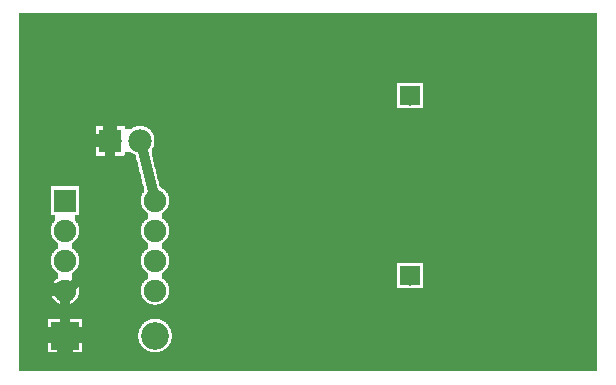
<source format=gtl>
G04 MADE WITH FRITZING*
G04 WWW.FRITZING.ORG*
G04 DOUBLE SIDED*
G04 HOLES PLATED*
G04 CONTOUR ON CENTER OF CONTOUR VECTOR*
%ASAXBY*%
%FSLAX23Y23*%
%MOIN*%
%OFA0B0*%
%SFA1.0B1.0*%
%ADD10C,0.075000*%
%ADD11C,0.092000*%
%ADD12C,0.078000*%
%ADD13C,0.065000*%
%ADD14R,0.075000X0.075000*%
%ADD15R,0.092000X0.092000*%
%ADD16R,0.078000X0.078000*%
%ADD17C,0.032000*%
%ADD18R,0.001000X0.001000*%
%LNCOPPER1*%
G90*
G70*
G54D10*
X123Y1158D03*
X192Y608D03*
X492Y608D03*
X192Y508D03*
X492Y508D03*
X192Y408D03*
X492Y408D03*
X192Y308D03*
X492Y308D03*
G54D11*
X192Y158D03*
X492Y158D03*
G54D12*
X342Y808D03*
X442Y808D03*
G54D13*
X1342Y358D03*
X1342Y958D03*
X1342Y358D03*
X1342Y958D03*
G54D14*
X192Y608D03*
G54D15*
X192Y158D03*
G54D16*
X342Y808D03*
G54D17*
X451Y774D02*
X484Y641D01*
D02*
X341Y408D02*
X342Y773D01*
D02*
X220Y327D02*
X341Y408D01*
D02*
X192Y274D02*
X192Y201D01*
G36*
X40Y1232D02*
X40Y1000D01*
X1384Y1000D01*
X1384Y916D01*
X1964Y916D01*
X1964Y1232D01*
X40Y1232D01*
G37*
D02*
G36*
X40Y1000D02*
X40Y916D01*
X1300Y916D01*
X1300Y1000D01*
X40Y1000D01*
G37*
D02*
G36*
X40Y916D02*
X40Y914D01*
X1964Y914D01*
X1964Y916D01*
X40Y916D01*
G37*
D02*
G36*
X40Y916D02*
X40Y914D01*
X1964Y914D01*
X1964Y916D01*
X40Y916D01*
G37*
D02*
G36*
X40Y914D02*
X40Y856D01*
X454Y856D01*
X454Y854D01*
X460Y854D01*
X460Y852D01*
X464Y852D01*
X464Y850D01*
X468Y850D01*
X468Y848D01*
X472Y848D01*
X472Y846D01*
X474Y846D01*
X474Y844D01*
X476Y844D01*
X476Y842D01*
X478Y842D01*
X478Y840D01*
X480Y840D01*
X480Y838D01*
X482Y838D01*
X482Y834D01*
X484Y834D01*
X484Y830D01*
X486Y830D01*
X486Y828D01*
X488Y828D01*
X488Y820D01*
X490Y820D01*
X490Y808D01*
X492Y808D01*
X492Y806D01*
X490Y806D01*
X490Y794D01*
X488Y794D01*
X488Y788D01*
X486Y788D01*
X486Y784D01*
X484Y784D01*
X484Y782D01*
X482Y782D01*
X482Y752D01*
X484Y752D01*
X484Y744D01*
X486Y744D01*
X486Y736D01*
X488Y736D01*
X488Y728D01*
X490Y728D01*
X490Y720D01*
X492Y720D01*
X492Y712D01*
X494Y712D01*
X494Y704D01*
X496Y704D01*
X496Y696D01*
X498Y696D01*
X498Y688D01*
X500Y688D01*
X500Y680D01*
X502Y680D01*
X502Y672D01*
X504Y672D01*
X504Y664D01*
X506Y664D01*
X506Y656D01*
X508Y656D01*
X508Y652D01*
X512Y652D01*
X512Y650D01*
X516Y650D01*
X516Y648D01*
X518Y648D01*
X518Y646D01*
X522Y646D01*
X522Y644D01*
X524Y644D01*
X524Y642D01*
X526Y642D01*
X526Y640D01*
X528Y640D01*
X528Y638D01*
X530Y638D01*
X530Y634D01*
X532Y634D01*
X532Y632D01*
X534Y632D01*
X534Y628D01*
X536Y628D01*
X536Y622D01*
X538Y622D01*
X538Y614D01*
X540Y614D01*
X540Y602D01*
X538Y602D01*
X538Y594D01*
X536Y594D01*
X536Y588D01*
X534Y588D01*
X534Y584D01*
X532Y584D01*
X532Y580D01*
X530Y580D01*
X530Y578D01*
X528Y578D01*
X528Y576D01*
X526Y576D01*
X526Y574D01*
X524Y574D01*
X524Y572D01*
X522Y572D01*
X522Y570D01*
X520Y570D01*
X520Y568D01*
X516Y568D01*
X516Y548D01*
X518Y548D01*
X518Y546D01*
X522Y546D01*
X522Y544D01*
X524Y544D01*
X524Y542D01*
X526Y542D01*
X526Y540D01*
X528Y540D01*
X528Y538D01*
X530Y538D01*
X530Y534D01*
X532Y534D01*
X532Y532D01*
X534Y532D01*
X534Y528D01*
X536Y528D01*
X536Y522D01*
X538Y522D01*
X538Y514D01*
X540Y514D01*
X540Y502D01*
X538Y502D01*
X538Y494D01*
X536Y494D01*
X536Y488D01*
X534Y488D01*
X534Y484D01*
X532Y484D01*
X532Y480D01*
X530Y480D01*
X530Y478D01*
X528Y478D01*
X528Y476D01*
X526Y476D01*
X526Y474D01*
X524Y474D01*
X524Y472D01*
X522Y472D01*
X522Y470D01*
X520Y470D01*
X520Y468D01*
X516Y468D01*
X516Y448D01*
X518Y448D01*
X518Y446D01*
X522Y446D01*
X522Y444D01*
X524Y444D01*
X524Y442D01*
X526Y442D01*
X526Y440D01*
X528Y440D01*
X528Y438D01*
X530Y438D01*
X530Y434D01*
X532Y434D01*
X532Y432D01*
X534Y432D01*
X534Y428D01*
X536Y428D01*
X536Y422D01*
X538Y422D01*
X538Y414D01*
X540Y414D01*
X540Y402D01*
X538Y402D01*
X538Y400D01*
X1384Y400D01*
X1384Y316D01*
X1964Y316D01*
X1964Y914D01*
X40Y914D01*
G37*
D02*
G36*
X40Y856D02*
X40Y758D01*
X294Y758D01*
X294Y856D01*
X40Y856D01*
G37*
D02*
G36*
X392Y856D02*
X392Y846D01*
X414Y846D01*
X414Y848D01*
X416Y848D01*
X416Y850D01*
X420Y850D01*
X420Y852D01*
X424Y852D01*
X424Y854D01*
X430Y854D01*
X430Y856D01*
X392Y856D01*
G37*
D02*
G36*
X392Y770D02*
X392Y760D01*
X390Y760D01*
X390Y758D01*
X428Y758D01*
X428Y760D01*
X426Y760D01*
X426Y762D01*
X422Y762D01*
X422Y764D01*
X418Y764D01*
X418Y766D01*
X416Y766D01*
X416Y768D01*
X412Y768D01*
X412Y770D01*
X392Y770D01*
G37*
D02*
G36*
X40Y758D02*
X40Y756D01*
X428Y756D01*
X428Y758D01*
X40Y758D01*
G37*
D02*
G36*
X40Y758D02*
X40Y756D01*
X428Y756D01*
X428Y758D01*
X40Y758D01*
G37*
D02*
G36*
X40Y756D02*
X40Y656D01*
X238Y656D01*
X238Y654D01*
X240Y654D01*
X240Y560D01*
X226Y560D01*
X226Y540D01*
X228Y540D01*
X228Y538D01*
X230Y538D01*
X230Y534D01*
X232Y534D01*
X232Y532D01*
X234Y532D01*
X234Y528D01*
X236Y528D01*
X236Y522D01*
X238Y522D01*
X238Y514D01*
X240Y514D01*
X240Y502D01*
X238Y502D01*
X238Y494D01*
X236Y494D01*
X236Y488D01*
X234Y488D01*
X234Y484D01*
X232Y484D01*
X232Y480D01*
X230Y480D01*
X230Y478D01*
X228Y478D01*
X228Y476D01*
X226Y476D01*
X226Y474D01*
X224Y474D01*
X224Y472D01*
X222Y472D01*
X222Y470D01*
X220Y470D01*
X220Y468D01*
X216Y468D01*
X216Y448D01*
X218Y448D01*
X218Y446D01*
X222Y446D01*
X222Y444D01*
X224Y444D01*
X224Y442D01*
X226Y442D01*
X226Y440D01*
X228Y440D01*
X228Y438D01*
X230Y438D01*
X230Y434D01*
X232Y434D01*
X232Y432D01*
X234Y432D01*
X234Y428D01*
X236Y428D01*
X236Y422D01*
X238Y422D01*
X238Y414D01*
X240Y414D01*
X240Y402D01*
X238Y402D01*
X238Y394D01*
X236Y394D01*
X236Y388D01*
X234Y388D01*
X234Y384D01*
X232Y384D01*
X232Y380D01*
X230Y380D01*
X230Y378D01*
X228Y378D01*
X228Y376D01*
X226Y376D01*
X226Y374D01*
X224Y374D01*
X224Y372D01*
X222Y372D01*
X222Y370D01*
X220Y370D01*
X220Y368D01*
X216Y368D01*
X216Y348D01*
X218Y348D01*
X218Y346D01*
X222Y346D01*
X222Y344D01*
X224Y344D01*
X224Y342D01*
X226Y342D01*
X226Y340D01*
X228Y340D01*
X228Y338D01*
X230Y338D01*
X230Y334D01*
X232Y334D01*
X232Y332D01*
X234Y332D01*
X234Y328D01*
X236Y328D01*
X236Y322D01*
X238Y322D01*
X238Y314D01*
X240Y314D01*
X240Y302D01*
X238Y302D01*
X238Y294D01*
X236Y294D01*
X236Y288D01*
X234Y288D01*
X234Y284D01*
X232Y284D01*
X232Y280D01*
X230Y280D01*
X230Y278D01*
X228Y278D01*
X228Y276D01*
X226Y276D01*
X226Y274D01*
X224Y274D01*
X224Y272D01*
X222Y272D01*
X222Y270D01*
X220Y270D01*
X220Y268D01*
X216Y268D01*
X216Y266D01*
X212Y266D01*
X212Y264D01*
X208Y264D01*
X208Y262D01*
X200Y262D01*
X200Y260D01*
X484Y260D01*
X484Y262D01*
X476Y262D01*
X476Y264D01*
X472Y264D01*
X472Y266D01*
X468Y266D01*
X468Y268D01*
X464Y268D01*
X464Y270D01*
X462Y270D01*
X462Y272D01*
X460Y272D01*
X460Y274D01*
X458Y274D01*
X458Y276D01*
X456Y276D01*
X456Y278D01*
X454Y278D01*
X454Y280D01*
X452Y280D01*
X452Y284D01*
X450Y284D01*
X450Y288D01*
X448Y288D01*
X448Y294D01*
X446Y294D01*
X446Y302D01*
X444Y302D01*
X444Y314D01*
X446Y314D01*
X446Y322D01*
X448Y322D01*
X448Y328D01*
X450Y328D01*
X450Y332D01*
X452Y332D01*
X452Y334D01*
X454Y334D01*
X454Y338D01*
X456Y338D01*
X456Y340D01*
X458Y340D01*
X458Y342D01*
X460Y342D01*
X460Y344D01*
X464Y344D01*
X464Y346D01*
X466Y346D01*
X466Y348D01*
X468Y348D01*
X468Y368D01*
X464Y368D01*
X464Y370D01*
X462Y370D01*
X462Y372D01*
X460Y372D01*
X460Y374D01*
X458Y374D01*
X458Y376D01*
X456Y376D01*
X456Y378D01*
X454Y378D01*
X454Y380D01*
X452Y380D01*
X452Y384D01*
X450Y384D01*
X450Y388D01*
X448Y388D01*
X448Y394D01*
X446Y394D01*
X446Y402D01*
X444Y402D01*
X444Y414D01*
X446Y414D01*
X446Y422D01*
X448Y422D01*
X448Y428D01*
X450Y428D01*
X450Y432D01*
X452Y432D01*
X452Y434D01*
X454Y434D01*
X454Y438D01*
X456Y438D01*
X456Y440D01*
X458Y440D01*
X458Y442D01*
X460Y442D01*
X460Y444D01*
X464Y444D01*
X464Y446D01*
X466Y446D01*
X466Y448D01*
X468Y448D01*
X468Y468D01*
X464Y468D01*
X464Y470D01*
X462Y470D01*
X462Y472D01*
X460Y472D01*
X460Y474D01*
X458Y474D01*
X458Y476D01*
X456Y476D01*
X456Y478D01*
X454Y478D01*
X454Y480D01*
X452Y480D01*
X452Y484D01*
X450Y484D01*
X450Y488D01*
X448Y488D01*
X448Y494D01*
X446Y494D01*
X446Y502D01*
X444Y502D01*
X444Y514D01*
X446Y514D01*
X446Y522D01*
X448Y522D01*
X448Y528D01*
X450Y528D01*
X450Y532D01*
X452Y532D01*
X452Y534D01*
X454Y534D01*
X454Y538D01*
X456Y538D01*
X456Y540D01*
X458Y540D01*
X458Y542D01*
X460Y542D01*
X460Y544D01*
X464Y544D01*
X464Y546D01*
X466Y546D01*
X466Y548D01*
X468Y548D01*
X468Y568D01*
X464Y568D01*
X464Y570D01*
X462Y570D01*
X462Y572D01*
X460Y572D01*
X460Y574D01*
X458Y574D01*
X458Y576D01*
X456Y576D01*
X456Y578D01*
X454Y578D01*
X454Y580D01*
X452Y580D01*
X452Y584D01*
X450Y584D01*
X450Y588D01*
X448Y588D01*
X448Y594D01*
X446Y594D01*
X446Y602D01*
X444Y602D01*
X444Y614D01*
X446Y614D01*
X446Y622D01*
X448Y622D01*
X448Y628D01*
X450Y628D01*
X450Y632D01*
X452Y632D01*
X452Y634D01*
X454Y634D01*
X454Y656D01*
X452Y656D01*
X452Y664D01*
X450Y664D01*
X450Y672D01*
X448Y672D01*
X448Y680D01*
X446Y680D01*
X446Y688D01*
X444Y688D01*
X444Y696D01*
X442Y696D01*
X442Y704D01*
X440Y704D01*
X440Y712D01*
X438Y712D01*
X438Y720D01*
X436Y720D01*
X436Y728D01*
X434Y728D01*
X434Y736D01*
X432Y736D01*
X432Y744D01*
X430Y744D01*
X430Y752D01*
X428Y752D01*
X428Y756D01*
X40Y756D01*
G37*
D02*
G36*
X40Y656D02*
X40Y260D01*
X184Y260D01*
X184Y262D01*
X176Y262D01*
X176Y264D01*
X172Y264D01*
X172Y266D01*
X168Y266D01*
X168Y268D01*
X164Y268D01*
X164Y270D01*
X162Y270D01*
X162Y272D01*
X160Y272D01*
X160Y274D01*
X158Y274D01*
X158Y276D01*
X156Y276D01*
X156Y278D01*
X154Y278D01*
X154Y280D01*
X152Y280D01*
X152Y284D01*
X150Y284D01*
X150Y288D01*
X148Y288D01*
X148Y294D01*
X146Y294D01*
X146Y302D01*
X144Y302D01*
X144Y314D01*
X146Y314D01*
X146Y322D01*
X148Y322D01*
X148Y328D01*
X150Y328D01*
X150Y332D01*
X152Y332D01*
X152Y334D01*
X154Y334D01*
X154Y338D01*
X156Y338D01*
X156Y340D01*
X158Y340D01*
X158Y342D01*
X160Y342D01*
X160Y344D01*
X162Y344D01*
X162Y346D01*
X166Y346D01*
X166Y348D01*
X168Y348D01*
X168Y368D01*
X164Y368D01*
X164Y370D01*
X162Y370D01*
X162Y372D01*
X160Y372D01*
X160Y374D01*
X158Y374D01*
X158Y376D01*
X156Y376D01*
X156Y378D01*
X154Y378D01*
X154Y380D01*
X152Y380D01*
X152Y384D01*
X150Y384D01*
X150Y388D01*
X148Y388D01*
X148Y394D01*
X146Y394D01*
X146Y402D01*
X144Y402D01*
X144Y414D01*
X146Y414D01*
X146Y422D01*
X148Y422D01*
X148Y428D01*
X150Y428D01*
X150Y432D01*
X152Y432D01*
X152Y434D01*
X154Y434D01*
X154Y438D01*
X156Y438D01*
X156Y440D01*
X158Y440D01*
X158Y442D01*
X160Y442D01*
X160Y444D01*
X162Y444D01*
X162Y446D01*
X166Y446D01*
X166Y448D01*
X168Y448D01*
X168Y468D01*
X164Y468D01*
X164Y470D01*
X162Y470D01*
X162Y472D01*
X160Y472D01*
X160Y474D01*
X158Y474D01*
X158Y476D01*
X156Y476D01*
X156Y478D01*
X154Y478D01*
X154Y480D01*
X152Y480D01*
X152Y484D01*
X150Y484D01*
X150Y488D01*
X148Y488D01*
X148Y494D01*
X146Y494D01*
X146Y502D01*
X144Y502D01*
X144Y514D01*
X146Y514D01*
X146Y522D01*
X148Y522D01*
X148Y528D01*
X150Y528D01*
X150Y532D01*
X152Y532D01*
X152Y534D01*
X154Y534D01*
X154Y538D01*
X156Y538D01*
X156Y540D01*
X158Y540D01*
X158Y560D01*
X144Y560D01*
X144Y654D01*
X146Y654D01*
X146Y656D01*
X40Y656D01*
G37*
D02*
G36*
X538Y400D02*
X538Y394D01*
X536Y394D01*
X536Y388D01*
X534Y388D01*
X534Y384D01*
X532Y384D01*
X532Y380D01*
X530Y380D01*
X530Y378D01*
X528Y378D01*
X528Y376D01*
X526Y376D01*
X526Y374D01*
X524Y374D01*
X524Y372D01*
X522Y372D01*
X522Y370D01*
X520Y370D01*
X520Y368D01*
X516Y368D01*
X516Y348D01*
X518Y348D01*
X518Y346D01*
X522Y346D01*
X522Y344D01*
X524Y344D01*
X524Y342D01*
X526Y342D01*
X526Y340D01*
X528Y340D01*
X528Y338D01*
X530Y338D01*
X530Y334D01*
X532Y334D01*
X532Y332D01*
X534Y332D01*
X534Y328D01*
X536Y328D01*
X536Y322D01*
X538Y322D01*
X538Y316D01*
X1300Y316D01*
X1300Y400D01*
X538Y400D01*
G37*
D02*
G36*
X538Y316D02*
X538Y314D01*
X1964Y314D01*
X1964Y316D01*
X538Y316D01*
G37*
D02*
G36*
X538Y316D02*
X538Y314D01*
X1964Y314D01*
X1964Y316D01*
X538Y316D01*
G37*
D02*
G36*
X540Y314D02*
X540Y302D01*
X538Y302D01*
X538Y294D01*
X536Y294D01*
X536Y288D01*
X534Y288D01*
X534Y284D01*
X532Y284D01*
X532Y280D01*
X530Y280D01*
X530Y278D01*
X528Y278D01*
X528Y276D01*
X526Y276D01*
X526Y274D01*
X524Y274D01*
X524Y272D01*
X522Y272D01*
X522Y270D01*
X520Y270D01*
X520Y268D01*
X516Y268D01*
X516Y266D01*
X512Y266D01*
X512Y264D01*
X508Y264D01*
X508Y262D01*
X500Y262D01*
X500Y260D01*
X1964Y260D01*
X1964Y314D01*
X540Y314D01*
G37*
D02*
G36*
X40Y260D02*
X40Y258D01*
X1964Y258D01*
X1964Y260D01*
X40Y260D01*
G37*
D02*
G36*
X40Y260D02*
X40Y258D01*
X1964Y258D01*
X1964Y260D01*
X40Y260D01*
G37*
D02*
G36*
X40Y260D02*
X40Y258D01*
X1964Y258D01*
X1964Y260D01*
X40Y260D01*
G37*
D02*
G36*
X40Y258D02*
X40Y214D01*
X500Y214D01*
X500Y212D01*
X510Y212D01*
X510Y210D01*
X514Y210D01*
X514Y208D01*
X518Y208D01*
X518Y206D01*
X522Y206D01*
X522Y204D01*
X524Y204D01*
X524Y202D01*
X528Y202D01*
X528Y200D01*
X530Y200D01*
X530Y198D01*
X532Y198D01*
X532Y196D01*
X534Y196D01*
X534Y194D01*
X536Y194D01*
X536Y190D01*
X538Y190D01*
X538Y188D01*
X540Y188D01*
X540Y184D01*
X542Y184D01*
X542Y180D01*
X544Y180D01*
X544Y176D01*
X546Y176D01*
X546Y168D01*
X548Y168D01*
X548Y148D01*
X546Y148D01*
X546Y140D01*
X544Y140D01*
X544Y134D01*
X542Y134D01*
X542Y130D01*
X540Y130D01*
X540Y128D01*
X538Y128D01*
X538Y124D01*
X536Y124D01*
X536Y122D01*
X534Y122D01*
X534Y120D01*
X532Y120D01*
X532Y118D01*
X530Y118D01*
X530Y116D01*
X528Y116D01*
X528Y114D01*
X526Y114D01*
X526Y112D01*
X522Y112D01*
X522Y110D01*
X520Y110D01*
X520Y108D01*
X516Y108D01*
X516Y106D01*
X510Y106D01*
X510Y104D01*
X504Y104D01*
X504Y102D01*
X1964Y102D01*
X1964Y258D01*
X40Y258D01*
G37*
D02*
G36*
X40Y214D02*
X40Y102D01*
X136Y102D01*
X136Y214D01*
X40Y214D01*
G37*
D02*
G36*
X248Y214D02*
X248Y102D01*
X480Y102D01*
X480Y104D01*
X474Y104D01*
X474Y106D01*
X468Y106D01*
X468Y108D01*
X464Y108D01*
X464Y110D01*
X462Y110D01*
X462Y112D01*
X458Y112D01*
X458Y114D01*
X456Y114D01*
X456Y116D01*
X454Y116D01*
X454Y118D01*
X452Y118D01*
X452Y120D01*
X450Y120D01*
X450Y122D01*
X448Y122D01*
X448Y124D01*
X446Y124D01*
X446Y128D01*
X444Y128D01*
X444Y130D01*
X442Y130D01*
X442Y134D01*
X440Y134D01*
X440Y140D01*
X438Y140D01*
X438Y148D01*
X436Y148D01*
X436Y168D01*
X438Y168D01*
X438Y176D01*
X440Y176D01*
X440Y180D01*
X442Y180D01*
X442Y184D01*
X444Y184D01*
X444Y188D01*
X446Y188D01*
X446Y190D01*
X448Y190D01*
X448Y194D01*
X450Y194D01*
X450Y196D01*
X452Y196D01*
X452Y198D01*
X454Y198D01*
X454Y200D01*
X456Y200D01*
X456Y202D01*
X460Y202D01*
X460Y204D01*
X462Y204D01*
X462Y206D01*
X466Y206D01*
X466Y208D01*
X470Y208D01*
X470Y210D01*
X474Y210D01*
X474Y212D01*
X484Y212D01*
X484Y214D01*
X248Y214D01*
G37*
D02*
G36*
X40Y102D02*
X40Y100D01*
X1964Y100D01*
X1964Y102D01*
X40Y102D01*
G37*
D02*
G36*
X40Y102D02*
X40Y100D01*
X1964Y100D01*
X1964Y102D01*
X40Y102D01*
G37*
D02*
G36*
X40Y102D02*
X40Y100D01*
X1964Y100D01*
X1964Y102D01*
X40Y102D01*
G37*
D02*
G36*
X40Y100D02*
X40Y40D01*
X1964Y40D01*
X1964Y100D01*
X40Y100D01*
G37*
D02*
G36*
X140Y332D02*
X174Y332D01*
X174Y289D01*
X140Y289D01*
X140Y332D01*
G37*
D02*
G36*
X166Y136D02*
X217Y136D01*
X217Y102D01*
X166Y102D01*
X166Y136D01*
G37*
D02*
G36*
X132Y186D02*
X166Y186D01*
X166Y135D01*
X132Y135D01*
X132Y186D01*
G37*
D02*
G36*
X216Y186D02*
X248Y186D01*
X248Y135D01*
X216Y135D01*
X216Y186D01*
G37*
D02*
G36*
X319Y860D02*
X364Y860D01*
X364Y828D01*
X319Y828D01*
X319Y860D01*
G37*
D02*
G36*
X290Y831D02*
X322Y831D01*
X322Y786D01*
X290Y786D01*
X290Y831D01*
G37*
D02*
G54D18*
X1309Y990D02*
X1373Y990D01*
X1309Y989D02*
X1373Y989D01*
X1309Y988D02*
X1373Y988D01*
X1309Y987D02*
X1373Y987D01*
X1309Y986D02*
X1373Y986D01*
X1309Y985D02*
X1373Y985D01*
X1309Y984D02*
X1373Y984D01*
X1309Y983D02*
X1373Y983D01*
X1309Y982D02*
X1373Y982D01*
X1309Y981D02*
X1373Y981D01*
X1309Y980D02*
X1335Y980D01*
X1348Y980D02*
X1373Y980D01*
X1309Y979D02*
X1332Y979D01*
X1351Y979D02*
X1373Y979D01*
X1309Y978D02*
X1330Y978D01*
X1353Y978D02*
X1373Y978D01*
X1309Y977D02*
X1328Y977D01*
X1354Y977D02*
X1373Y977D01*
X1309Y976D02*
X1327Y976D01*
X1356Y976D02*
X1373Y976D01*
X1309Y975D02*
X1326Y975D01*
X1357Y975D02*
X1373Y975D01*
X1309Y974D02*
X1325Y974D01*
X1358Y974D02*
X1373Y974D01*
X1309Y973D02*
X1324Y973D01*
X1359Y973D02*
X1373Y973D01*
X1309Y972D02*
X1323Y972D01*
X1360Y972D02*
X1373Y972D01*
X1309Y971D02*
X1322Y971D01*
X1361Y971D02*
X1373Y971D01*
X1309Y970D02*
X1322Y970D01*
X1361Y970D02*
X1373Y970D01*
X1309Y969D02*
X1321Y969D01*
X1362Y969D02*
X1373Y969D01*
X1309Y968D02*
X1321Y968D01*
X1362Y968D02*
X1373Y968D01*
X1309Y967D02*
X1320Y967D01*
X1363Y967D02*
X1373Y967D01*
X1309Y966D02*
X1320Y966D01*
X1363Y966D02*
X1373Y966D01*
X1309Y965D02*
X1320Y965D01*
X1363Y965D02*
X1373Y965D01*
X1309Y964D02*
X1319Y964D01*
X1364Y964D02*
X1373Y964D01*
X1309Y963D02*
X1319Y963D01*
X1364Y963D02*
X1373Y963D01*
X1309Y962D02*
X1319Y962D01*
X1364Y962D02*
X1373Y962D01*
X1309Y961D02*
X1319Y961D01*
X1364Y961D02*
X1373Y961D01*
X1309Y960D02*
X1319Y960D01*
X1364Y960D02*
X1373Y960D01*
X1309Y959D02*
X1318Y959D01*
X1364Y959D02*
X1373Y959D01*
X1309Y958D02*
X1318Y958D01*
X1364Y958D02*
X1373Y958D01*
X1309Y957D02*
X1319Y957D01*
X1364Y957D02*
X1373Y957D01*
X1309Y956D02*
X1319Y956D01*
X1364Y956D02*
X1373Y956D01*
X1309Y955D02*
X1319Y955D01*
X1364Y955D02*
X1373Y955D01*
X1309Y954D02*
X1319Y954D01*
X1364Y954D02*
X1373Y954D01*
X1309Y953D02*
X1319Y953D01*
X1364Y953D02*
X1373Y953D01*
X1309Y952D02*
X1319Y952D01*
X1363Y952D02*
X1373Y952D01*
X1309Y951D02*
X1320Y951D01*
X1363Y951D02*
X1373Y951D01*
X1309Y950D02*
X1320Y950D01*
X1363Y950D02*
X1373Y950D01*
X1309Y949D02*
X1321Y949D01*
X1362Y949D02*
X1373Y949D01*
X1309Y948D02*
X1321Y948D01*
X1362Y948D02*
X1373Y948D01*
X1309Y947D02*
X1322Y947D01*
X1361Y947D02*
X1373Y947D01*
X1309Y946D02*
X1322Y946D01*
X1361Y946D02*
X1373Y946D01*
X1309Y945D02*
X1323Y945D01*
X1360Y945D02*
X1373Y945D01*
X1309Y944D02*
X1324Y944D01*
X1359Y944D02*
X1373Y944D01*
X1309Y943D02*
X1325Y943D01*
X1358Y943D02*
X1373Y943D01*
X1309Y942D02*
X1326Y942D01*
X1357Y942D02*
X1373Y942D01*
X1309Y941D02*
X1327Y941D01*
X1356Y941D02*
X1373Y941D01*
X1309Y940D02*
X1328Y940D01*
X1355Y940D02*
X1373Y940D01*
X1309Y939D02*
X1330Y939D01*
X1353Y939D02*
X1373Y939D01*
X1309Y938D02*
X1332Y938D01*
X1351Y938D02*
X1373Y938D01*
X1309Y937D02*
X1334Y937D01*
X1349Y937D02*
X1373Y937D01*
X1309Y936D02*
X1339Y936D01*
X1344Y936D02*
X1373Y936D01*
X1309Y935D02*
X1373Y935D01*
X1309Y934D02*
X1373Y934D01*
X1309Y933D02*
X1373Y933D01*
X1309Y932D02*
X1373Y932D01*
X1309Y931D02*
X1373Y931D01*
X1309Y930D02*
X1373Y930D01*
X1309Y929D02*
X1373Y929D01*
X1309Y928D02*
X1373Y928D01*
X1309Y927D02*
X1373Y927D01*
X1310Y926D02*
X1373Y926D01*
X1310Y391D02*
X1373Y391D01*
X1309Y390D02*
X1373Y390D01*
X1309Y389D02*
X1373Y389D01*
X1309Y388D02*
X1373Y388D01*
X1309Y387D02*
X1373Y387D01*
X1309Y386D02*
X1373Y386D01*
X1309Y385D02*
X1373Y385D01*
X1309Y384D02*
X1373Y384D01*
X1309Y383D02*
X1373Y383D01*
X1309Y382D02*
X1373Y382D01*
X1309Y381D02*
X1340Y381D01*
X1343Y381D02*
X1373Y381D01*
X1309Y380D02*
X1334Y380D01*
X1348Y380D02*
X1373Y380D01*
X1309Y379D02*
X1332Y379D01*
X1351Y379D02*
X1373Y379D01*
X1309Y378D02*
X1330Y378D01*
X1353Y378D02*
X1373Y378D01*
X1309Y377D02*
X1328Y377D01*
X1355Y377D02*
X1373Y377D01*
X1309Y376D02*
X1327Y376D01*
X1356Y376D02*
X1373Y376D01*
X1309Y375D02*
X1326Y375D01*
X1357Y375D02*
X1373Y375D01*
X1309Y374D02*
X1325Y374D01*
X1358Y374D02*
X1373Y374D01*
X1309Y373D02*
X1324Y373D01*
X1359Y373D02*
X1373Y373D01*
X1309Y372D02*
X1323Y372D01*
X1360Y372D02*
X1373Y372D01*
X1309Y371D02*
X1322Y371D01*
X1361Y371D02*
X1373Y371D01*
X1309Y370D02*
X1322Y370D01*
X1361Y370D02*
X1373Y370D01*
X1309Y369D02*
X1321Y369D01*
X1362Y369D02*
X1373Y369D01*
X1309Y368D02*
X1321Y368D01*
X1362Y368D02*
X1373Y368D01*
X1309Y367D02*
X1320Y367D01*
X1363Y367D02*
X1373Y367D01*
X1309Y366D02*
X1320Y366D01*
X1363Y366D02*
X1373Y366D01*
X1309Y365D02*
X1320Y365D01*
X1363Y365D02*
X1373Y365D01*
X1309Y364D02*
X1319Y364D01*
X1364Y364D02*
X1373Y364D01*
X1309Y363D02*
X1319Y363D01*
X1364Y363D02*
X1373Y363D01*
X1309Y362D02*
X1319Y362D01*
X1364Y362D02*
X1373Y362D01*
X1309Y361D02*
X1319Y361D01*
X1364Y361D02*
X1373Y361D01*
X1309Y360D02*
X1319Y360D01*
X1364Y360D02*
X1373Y360D01*
X1309Y359D02*
X1318Y359D01*
X1364Y359D02*
X1373Y359D01*
X1309Y358D02*
X1318Y358D01*
X1364Y358D02*
X1373Y358D01*
X1309Y357D02*
X1319Y357D01*
X1364Y357D02*
X1373Y357D01*
X1309Y356D02*
X1319Y356D01*
X1364Y356D02*
X1373Y356D01*
X1309Y355D02*
X1319Y355D01*
X1364Y355D02*
X1373Y355D01*
X1309Y354D02*
X1319Y354D01*
X1364Y354D02*
X1373Y354D01*
X1309Y353D02*
X1319Y353D01*
X1364Y353D02*
X1373Y353D01*
X1309Y352D02*
X1320Y352D01*
X1363Y352D02*
X1373Y352D01*
X1309Y351D02*
X1320Y351D01*
X1363Y351D02*
X1373Y351D01*
X1309Y350D02*
X1320Y350D01*
X1363Y350D02*
X1373Y350D01*
X1309Y349D02*
X1321Y349D01*
X1362Y349D02*
X1373Y349D01*
X1309Y348D02*
X1321Y348D01*
X1362Y348D02*
X1373Y348D01*
X1309Y347D02*
X1322Y347D01*
X1361Y347D02*
X1373Y347D01*
X1309Y346D02*
X1322Y346D01*
X1361Y346D02*
X1373Y346D01*
X1309Y345D02*
X1323Y345D01*
X1360Y345D02*
X1373Y345D01*
X1309Y344D02*
X1324Y344D01*
X1359Y344D02*
X1373Y344D01*
X1309Y343D02*
X1325Y343D01*
X1358Y343D02*
X1373Y343D01*
X1309Y342D02*
X1326Y342D01*
X1357Y342D02*
X1373Y342D01*
X1309Y341D02*
X1327Y341D01*
X1356Y341D02*
X1373Y341D01*
X1309Y340D02*
X1328Y340D01*
X1355Y340D02*
X1373Y340D01*
X1309Y339D02*
X1330Y339D01*
X1353Y339D02*
X1373Y339D01*
X1309Y338D02*
X1332Y338D01*
X1351Y338D02*
X1373Y338D01*
X1309Y337D02*
X1335Y337D01*
X1348Y337D02*
X1373Y337D01*
X1309Y336D02*
X1373Y336D01*
X1309Y335D02*
X1373Y335D01*
X1309Y334D02*
X1373Y334D01*
X1309Y333D02*
X1373Y333D01*
X1309Y332D02*
X1373Y332D01*
X1309Y331D02*
X1373Y331D01*
X1309Y330D02*
X1373Y330D01*
X1309Y329D02*
X1373Y329D01*
X1309Y328D02*
X1373Y328D01*
X1309Y327D02*
X1373Y327D01*
D02*
G04 End of Copper1*
M02*
</source>
